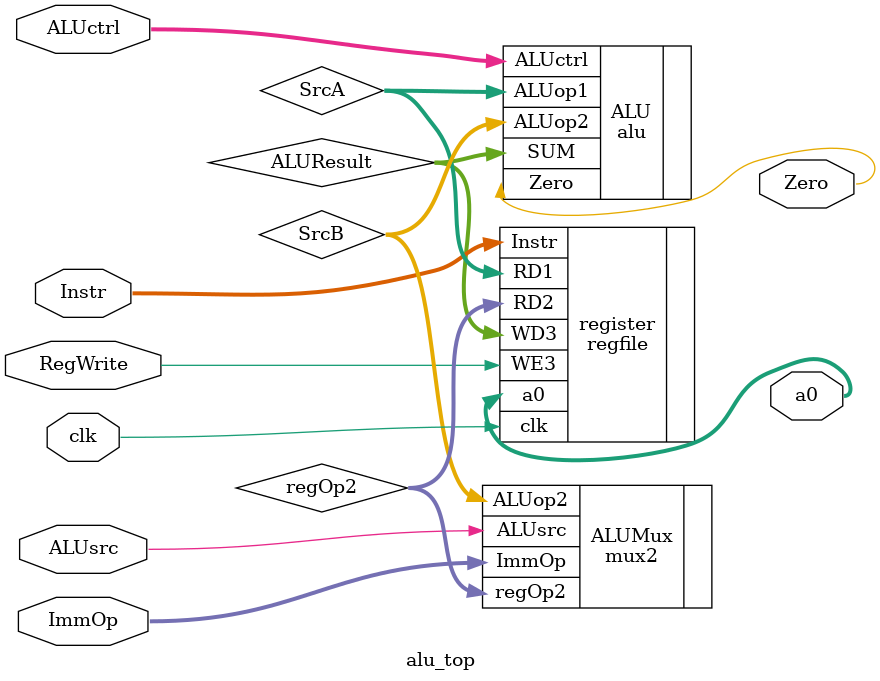
<source format=sv>
module alu_top #(
    parameter CONTROL_WIDTH = 3,
    parameter DATA_WIDTH = 32 
)(
    input   wire                    clk,
    input   wire                    ALUsrc,
    input   wire [2:0]              ALUctrl,
    input   wire [DATA_WIDTH-1:0]   Instr,
    input   wire                    RegWrite,
    input   wire [DATA_WIDTH-1:0]   ImmOp,
    output  wire                    Zero,
    output  wire [DATA_WIDTH-1:0]   a0
);

wire [DATA_WIDTH-1:0] ALUResult;
wire [DATA_WIDTH-1:0] SrcA;
wire [DATA_WIDTH-1:0] SrcB;
wire [DATA_WIDTH-1:0] regOp2;

regfile register(
    .clk(clk),
    .Instr(Instr),
    .WE3(RegWrite),
    .WD3(ALUResult),
    .RD1(SrcA),
    .RD2(regOp2),
    .a0(a0)
);

mux2 ALUMux(
    .ALUsrc(ALUsrc),
    .regOp2(regOp2),
    .ImmOp(ImmOp),
    .ALUop2(SrcB)
);

alu ALU(
    .ALUctrl(ALUctrl),
    .ALUop1(SrcA),
    .ALUop2(SrcB),
    .SUM(ALUResult),
    .Zero(Zero)
);

endmodule

</source>
